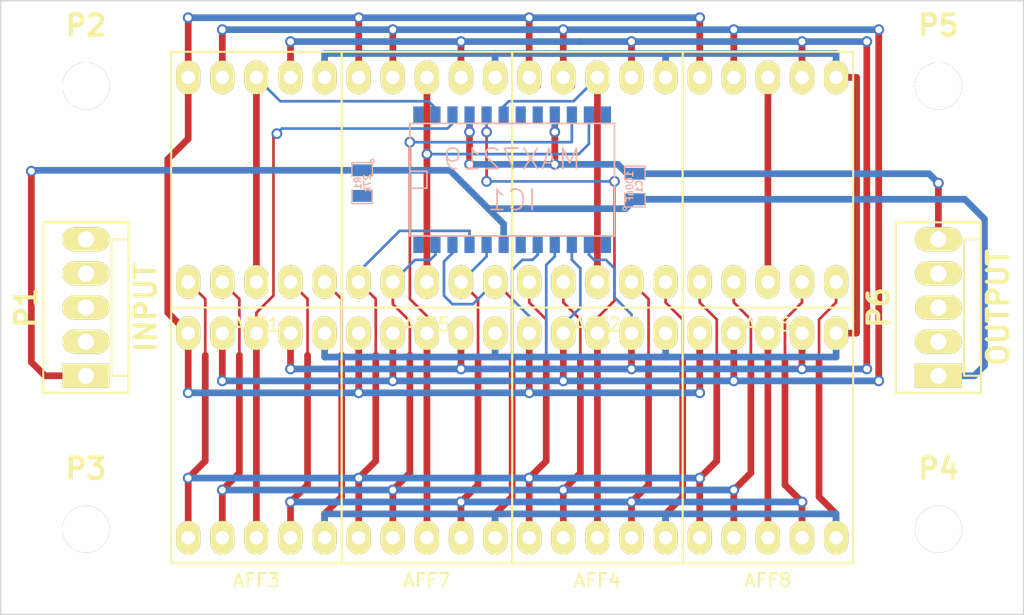
<source format=kicad_pcb>
(kicad_pcb (version 3) (host pcbnew "(2014-05-09 BZR 4859)-product")

  (general
    (links 95)
    (no_connects 10)
    (area 97.739999 83.134999 176.7554 128.97546)
    (thickness 1.6)
    (drawings 4)
    (tracks 336)
    (zones 0)
    (modules 17)
    (nets 28)
  )

  (page A4)
  (layers
    (15 F.Cu signal)
    (0 B.Cu signal)
    (16 B.Adhes user)
    (17 F.Adhes user)
    (18 B.Paste user)
    (19 F.Paste user)
    (20 B.SilkS user)
    (21 F.SilkS user)
    (22 B.Mask user)
    (23 F.Mask user)
    (24 Dwgs.User user)
    (25 Cmts.User user)
    (26 Eco1.User user)
    (27 Eco2.User user)
    (28 Edge.Cuts user)
  )

  (setup
    (last_trace_width 0.5)
    (user_trace_width 0.2)
    (trace_clearance 0.2)
    (zone_clearance 0.508)
    (zone_45_only no)
    (trace_min 0.15)
    (segment_width 0.2)
    (edge_width 0.1)
    (via_size 0.8)
    (via_drill 0.5)
    (via_min_size 0.6)
    (via_min_drill 0.3)
    (uvia_size 0.508)
    (uvia_drill 0.127)
    (uvias_allowed no)
    (uvia_min_size 0.508)
    (uvia_min_drill 0.127)
    (pcb_text_width 0.3)
    (pcb_text_size 1.5 1.5)
    (mod_edge_width 0.15)
    (mod_text_size 1 1)
    (mod_text_width 0.15)
    (pad_size 1.5 1.5)
    (pad_drill 0.6)
    (pad_to_mask_clearance 0)
    (aux_axis_origin 0 0)
    (visible_elements FFFFFF5F)
    (pcbplotparams
      (layerselection 3178497)
      (usegerberextensions true)
      (excludeedgelayer true)
      (linewidth 0.100000)
      (plotframeref false)
      (viasonmask false)
      (mode 1)
      (useauxorigin false)
      (hpglpennumber 1)
      (hpglpenspeed 20)
      (hpglpendiameter 15)
      (hpglpenoverlay 2)
      (psnegative false)
      (psa4output false)
      (plotreference true)
      (plotvalue true)
      (plotothertext true)
      (plotinvisibletext false)
      (padsonsilk false)
      (subtractmaskfromsilk false)
      (outputformat 1)
      (mirror false)
      (drillshape 1)
      (scaleselection 1)
      (outputdirectory ""))
  )

  (net 0 "")
  (net 1 /SEGE)
  (net 2 /SEGD)
  (net 3 /DIG0)
  (net 4 /SEGC)
  (net 5 /SEGDP)
  (net 6 /SEGB)
  (net 7 /SEGA)
  (net 8 /SEGF)
  (net 9 /SEGG)
  (net 10 /DIG2)
  (net 11 /DIG4)
  (net 12 /DIG6)
  (net 13 /DIG1)
  (net 14 /DIG3)
  (net 15 /DIG5)
  (net 16 /DIG7)
  (net 17 +5V)
  (net 18 GND)
  (net 19 /DI)
  (net 20 /LOAD)
  (net 21 /DO)
  (net 22 "Net-(IC1-Pad18)")
  (net 23 /SCK)
  (net 24 "Net-(P2-Pad1)")
  (net 25 "Net-(P3-Pad1)")
  (net 26 "Net-(P4-Pad1)")
  (net 27 "Net-(P5-Pad1)")

  (net_class Default "This is the default net class."
    (clearance 0.2)
    (trace_width 0.5)
    (via_dia 0.8)
    (via_drill 0.5)
    (uvia_dia 0.508)
    (uvia_drill 0.127)
    (add_net +5V)
    (add_net /DI)
    (add_net /DIG0)
    (add_net /DIG1)
    (add_net /DIG2)
    (add_net /DIG3)
    (add_net /DIG4)
    (add_net /DIG5)
    (add_net /DIG6)
    (add_net /DIG7)
    (add_net /DO)
    (add_net /LOAD)
    (add_net /SCK)
    (add_net /SEGA)
    (add_net /SEGB)
    (add_net /SEGC)
    (add_net /SEGD)
    (add_net /SEGDP)
    (add_net /SEGE)
    (add_net /SEGF)
    (add_net /SEGG)
    (add_net GND)
    (add_net "Net-(IC1-Pad18)")
    (add_net "Net-(P2-Pad1)")
    (add_net "Net-(P3-Pad1)")
    (add_net "Net-(P4-Pad1)")
    (add_net "Net-(P5-Pad1)")
  )

  (module Nathan_THT:7SEGM_LED_0_5_INCH (layer F.Cu) (tedit 53727423) (tstamp 53727528)
    (at 116.84 96.52)
    (path /53712D36)
    (fp_text reference AFF1 (at 0 10.795) (layer F.SilkS)
      (effects (font (size 1 1) (thickness 0.15)))
    )
    (fp_text value 7SEGMENTS (at 0 0) (layer F.SilkS) hide
      (effects (font (size 1 1) (thickness 0.15)))
    )
    (fp_line (start -6.35 -9.525) (end 6.35 -9.525) (layer F.SilkS) (width 0.15))
    (fp_line (start 6.35 -9.525) (end 6.35 9.525) (layer F.SilkS) (width 0.15))
    (fp_line (start 6.35 9.525) (end -6.35 9.525) (layer F.SilkS) (width 0.15))
    (fp_line (start -6.35 9.525) (end -6.35 -9.525) (layer F.SilkS) (width 0.15))
    (pad 1 thru_hole oval (at -5.08 7.62) (size 1.8 2.5) (drill 1) (layers *.Cu *.Mask F.SilkS)
      (net 1 /SEGE))
    (pad 2 thru_hole oval (at -2.54 7.62) (size 1.8 2.5) (drill 1) (layers *.Cu *.Mask F.SilkS)
      (net 2 /SEGD))
    (pad 3 thru_hole oval (at 0 7.62) (size 1.8 2.5) (drill 1) (layers *.Cu *.Mask F.SilkS)
      (net 3 /DIG0))
    (pad 4 thru_hole oval (at 2.54 7.62) (size 1.8 2.5) (drill 1) (layers *.Cu *.Mask F.SilkS)
      (net 4 /SEGC))
    (pad 5 thru_hole oval (at 5.08 7.62) (size 1.8 2.5) (drill 1) (layers *.Cu *.Mask F.SilkS)
      (net 5 /SEGDP))
    (pad 6 thru_hole oval (at 5.08 -7.62) (size 1.8 2.5) (drill 1) (layers *.Cu *.Mask F.SilkS)
      (net 6 /SEGB))
    (pad 7 thru_hole oval (at 2.54 -7.62) (size 1.8 2.5) (drill 1) (layers *.Cu *.Mask F.SilkS)
      (net 7 /SEGA))
    (pad 8 thru_hole oval (at 0 -7.62) (size 1.8 2.5) (drill 1) (layers *.Cu *.Mask F.SilkS)
      (net 3 /DIG0))
    (pad 9 thru_hole oval (at -2.54 -7.62) (size 1.8 2.5) (drill 1) (layers *.Cu *.Mask F.SilkS)
      (net 8 /SEGF))
    (pad 10 thru_hole oval (at -5.08 -7.62) (size 1.8 2.5) (drill 1) (layers *.Cu *.Mask F.SilkS)
      (net 9 /SEGG))
  )

  (module Nathan_THT:7SEGM_LED_0_5_INCH (layer F.Cu) (tedit 53727423) (tstamp 5372753A)
    (at 142.24 96.52)
    (path /5371306A)
    (fp_text reference AFF2 (at 0 10.795) (layer F.SilkS)
      (effects (font (size 1 1) (thickness 0.15)))
    )
    (fp_text value 7SEGMENTS (at 0 0) (layer F.SilkS) hide
      (effects (font (size 1 1) (thickness 0.15)))
    )
    (fp_line (start -6.35 -9.525) (end 6.35 -9.525) (layer F.SilkS) (width 0.15))
    (fp_line (start 6.35 -9.525) (end 6.35 9.525) (layer F.SilkS) (width 0.15))
    (fp_line (start 6.35 9.525) (end -6.35 9.525) (layer F.SilkS) (width 0.15))
    (fp_line (start -6.35 9.525) (end -6.35 -9.525) (layer F.SilkS) (width 0.15))
    (pad 1 thru_hole oval (at -5.08 7.62) (size 1.8 2.5) (drill 1) (layers *.Cu *.Mask F.SilkS)
      (net 1 /SEGE))
    (pad 2 thru_hole oval (at -2.54 7.62) (size 1.8 2.5) (drill 1) (layers *.Cu *.Mask F.SilkS)
      (net 2 /SEGD))
    (pad 3 thru_hole oval (at 0 7.62) (size 1.8 2.5) (drill 1) (layers *.Cu *.Mask F.SilkS)
      (net 10 /DIG2))
    (pad 4 thru_hole oval (at 2.54 7.62) (size 1.8 2.5) (drill 1) (layers *.Cu *.Mask F.SilkS)
      (net 4 /SEGC))
    (pad 5 thru_hole oval (at 5.08 7.62) (size 1.8 2.5) (drill 1) (layers *.Cu *.Mask F.SilkS)
      (net 5 /SEGDP))
    (pad 6 thru_hole oval (at 5.08 -7.62) (size 1.8 2.5) (drill 1) (layers *.Cu *.Mask F.SilkS)
      (net 6 /SEGB))
    (pad 7 thru_hole oval (at 2.54 -7.62) (size 1.8 2.5) (drill 1) (layers *.Cu *.Mask F.SilkS)
      (net 7 /SEGA))
    (pad 8 thru_hole oval (at 0 -7.62) (size 1.8 2.5) (drill 1) (layers *.Cu *.Mask F.SilkS)
      (net 10 /DIG2))
    (pad 9 thru_hole oval (at -2.54 -7.62) (size 1.8 2.5) (drill 1) (layers *.Cu *.Mask F.SilkS)
      (net 8 /SEGF))
    (pad 10 thru_hole oval (at -5.08 -7.62) (size 1.8 2.5) (drill 1) (layers *.Cu *.Mask F.SilkS)
      (net 9 /SEGG))
  )

  (module Nathan_THT:7SEGM_LED_0_5_INCH (layer F.Cu) (tedit 53727423) (tstamp 5372754C)
    (at 116.84 115.57)
    (path /5371316C)
    (fp_text reference AFF3 (at 0 10.795) (layer F.SilkS)
      (effects (font (size 1 1) (thickness 0.15)))
    )
    (fp_text value 7SEGMENTS (at 0 0) (layer F.SilkS) hide
      (effects (font (size 1 1) (thickness 0.15)))
    )
    (fp_line (start -6.35 -9.525) (end 6.35 -9.525) (layer F.SilkS) (width 0.15))
    (fp_line (start 6.35 -9.525) (end 6.35 9.525) (layer F.SilkS) (width 0.15))
    (fp_line (start 6.35 9.525) (end -6.35 9.525) (layer F.SilkS) (width 0.15))
    (fp_line (start -6.35 9.525) (end -6.35 -9.525) (layer F.SilkS) (width 0.15))
    (pad 1 thru_hole oval (at -5.08 7.62) (size 1.8 2.5) (drill 1) (layers *.Cu *.Mask F.SilkS)
      (net 1 /SEGE))
    (pad 2 thru_hole oval (at -2.54 7.62) (size 1.8 2.5) (drill 1) (layers *.Cu *.Mask F.SilkS)
      (net 2 /SEGD))
    (pad 3 thru_hole oval (at 0 7.62) (size 1.8 2.5) (drill 1) (layers *.Cu *.Mask F.SilkS)
      (net 11 /DIG4))
    (pad 4 thru_hole oval (at 2.54 7.62) (size 1.8 2.5) (drill 1) (layers *.Cu *.Mask F.SilkS)
      (net 4 /SEGC))
    (pad 5 thru_hole oval (at 5.08 7.62) (size 1.8 2.5) (drill 1) (layers *.Cu *.Mask F.SilkS)
      (net 5 /SEGDP))
    (pad 6 thru_hole oval (at 5.08 -7.62) (size 1.8 2.5) (drill 1) (layers *.Cu *.Mask F.SilkS)
      (net 6 /SEGB))
    (pad 7 thru_hole oval (at 2.54 -7.62) (size 1.8 2.5) (drill 1) (layers *.Cu *.Mask F.SilkS)
      (net 7 /SEGA))
    (pad 8 thru_hole oval (at 0 -7.62) (size 1.8 2.5) (drill 1) (layers *.Cu *.Mask F.SilkS)
      (net 11 /DIG4))
    (pad 9 thru_hole oval (at -2.54 -7.62) (size 1.8 2.5) (drill 1) (layers *.Cu *.Mask F.SilkS)
      (net 8 /SEGF))
    (pad 10 thru_hole oval (at -5.08 -7.62) (size 1.8 2.5) (drill 1) (layers *.Cu *.Mask F.SilkS)
      (net 9 /SEGG))
  )

  (module Nathan_THT:7SEGM_LED_0_5_INCH (layer F.Cu) (tedit 53727423) (tstamp 5372755E)
    (at 142.24 115.57)
    (path /5371319C)
    (fp_text reference AFF4 (at 0 10.795) (layer F.SilkS)
      (effects (font (size 1 1) (thickness 0.15)))
    )
    (fp_text value 7SEGMENTS (at 0 0) (layer F.SilkS) hide
      (effects (font (size 1 1) (thickness 0.15)))
    )
    (fp_line (start -6.35 -9.525) (end 6.35 -9.525) (layer F.SilkS) (width 0.15))
    (fp_line (start 6.35 -9.525) (end 6.35 9.525) (layer F.SilkS) (width 0.15))
    (fp_line (start 6.35 9.525) (end -6.35 9.525) (layer F.SilkS) (width 0.15))
    (fp_line (start -6.35 9.525) (end -6.35 -9.525) (layer F.SilkS) (width 0.15))
    (pad 1 thru_hole oval (at -5.08 7.62) (size 1.8 2.5) (drill 1) (layers *.Cu *.Mask F.SilkS)
      (net 1 /SEGE))
    (pad 2 thru_hole oval (at -2.54 7.62) (size 1.8 2.5) (drill 1) (layers *.Cu *.Mask F.SilkS)
      (net 2 /SEGD))
    (pad 3 thru_hole oval (at 0 7.62) (size 1.8 2.5) (drill 1) (layers *.Cu *.Mask F.SilkS)
      (net 12 /DIG6))
    (pad 4 thru_hole oval (at 2.54 7.62) (size 1.8 2.5) (drill 1) (layers *.Cu *.Mask F.SilkS)
      (net 4 /SEGC))
    (pad 5 thru_hole oval (at 5.08 7.62) (size 1.8 2.5) (drill 1) (layers *.Cu *.Mask F.SilkS)
      (net 5 /SEGDP))
    (pad 6 thru_hole oval (at 5.08 -7.62) (size 1.8 2.5) (drill 1) (layers *.Cu *.Mask F.SilkS)
      (net 6 /SEGB))
    (pad 7 thru_hole oval (at 2.54 -7.62) (size 1.8 2.5) (drill 1) (layers *.Cu *.Mask F.SilkS)
      (net 7 /SEGA))
    (pad 8 thru_hole oval (at 0 -7.62) (size 1.8 2.5) (drill 1) (layers *.Cu *.Mask F.SilkS)
      (net 12 /DIG6))
    (pad 9 thru_hole oval (at -2.54 -7.62) (size 1.8 2.5) (drill 1) (layers *.Cu *.Mask F.SilkS)
      (net 8 /SEGF))
    (pad 10 thru_hole oval (at -5.08 -7.62) (size 1.8 2.5) (drill 1) (layers *.Cu *.Mask F.SilkS)
      (net 9 /SEGG))
  )

  (module Nathan_THT:7SEGM_LED_0_5_INCH (layer F.Cu) (tedit 53727423) (tstamp 53727570)
    (at 129.54 96.52)
    (path /53712FA9)
    (fp_text reference AFF5 (at 0 10.795) (layer F.SilkS)
      (effects (font (size 1 1) (thickness 0.15)))
    )
    (fp_text value 7SEGMENTS (at 0 0) (layer F.SilkS) hide
      (effects (font (size 1 1) (thickness 0.15)))
    )
    (fp_line (start -6.35 -9.525) (end 6.35 -9.525) (layer F.SilkS) (width 0.15))
    (fp_line (start 6.35 -9.525) (end 6.35 9.525) (layer F.SilkS) (width 0.15))
    (fp_line (start 6.35 9.525) (end -6.35 9.525) (layer F.SilkS) (width 0.15))
    (fp_line (start -6.35 9.525) (end -6.35 -9.525) (layer F.SilkS) (width 0.15))
    (pad 1 thru_hole oval (at -5.08 7.62) (size 1.8 2.5) (drill 1) (layers *.Cu *.Mask F.SilkS)
      (net 1 /SEGE))
    (pad 2 thru_hole oval (at -2.54 7.62) (size 1.8 2.5) (drill 1) (layers *.Cu *.Mask F.SilkS)
      (net 2 /SEGD))
    (pad 3 thru_hole oval (at 0 7.62) (size 1.8 2.5) (drill 1) (layers *.Cu *.Mask F.SilkS)
      (net 13 /DIG1))
    (pad 4 thru_hole oval (at 2.54 7.62) (size 1.8 2.5) (drill 1) (layers *.Cu *.Mask F.SilkS)
      (net 4 /SEGC))
    (pad 5 thru_hole oval (at 5.08 7.62) (size 1.8 2.5) (drill 1) (layers *.Cu *.Mask F.SilkS)
      (net 5 /SEGDP))
    (pad 6 thru_hole oval (at 5.08 -7.62) (size 1.8 2.5) (drill 1) (layers *.Cu *.Mask F.SilkS)
      (net 6 /SEGB))
    (pad 7 thru_hole oval (at 2.54 -7.62) (size 1.8 2.5) (drill 1) (layers *.Cu *.Mask F.SilkS)
      (net 7 /SEGA))
    (pad 8 thru_hole oval (at 0 -7.62) (size 1.8 2.5) (drill 1) (layers *.Cu *.Mask F.SilkS)
      (net 13 /DIG1))
    (pad 9 thru_hole oval (at -2.54 -7.62) (size 1.8 2.5) (drill 1) (layers *.Cu *.Mask F.SilkS)
      (net 8 /SEGF))
    (pad 10 thru_hole oval (at -5.08 -7.62) (size 1.8 2.5) (drill 1) (layers *.Cu *.Mask F.SilkS)
      (net 9 /SEGG))
  )

  (module Nathan_THT:7SEGM_LED_0_5_INCH (layer F.Cu) (tedit 53727423) (tstamp 53727582)
    (at 154.94 96.52)
    (path /53713082)
    (fp_text reference AFF6 (at 0 10.795) (layer F.SilkS)
      (effects (font (size 1 1) (thickness 0.15)))
    )
    (fp_text value 7SEGMENTS (at 0 0) (layer F.SilkS) hide
      (effects (font (size 1 1) (thickness 0.15)))
    )
    (fp_line (start -6.35 -9.525) (end 6.35 -9.525) (layer F.SilkS) (width 0.15))
    (fp_line (start 6.35 -9.525) (end 6.35 9.525) (layer F.SilkS) (width 0.15))
    (fp_line (start 6.35 9.525) (end -6.35 9.525) (layer F.SilkS) (width 0.15))
    (fp_line (start -6.35 9.525) (end -6.35 -9.525) (layer F.SilkS) (width 0.15))
    (pad 1 thru_hole oval (at -5.08 7.62) (size 1.8 2.5) (drill 1) (layers *.Cu *.Mask F.SilkS)
      (net 1 /SEGE))
    (pad 2 thru_hole oval (at -2.54 7.62) (size 1.8 2.5) (drill 1) (layers *.Cu *.Mask F.SilkS)
      (net 2 /SEGD))
    (pad 3 thru_hole oval (at 0 7.62) (size 1.8 2.5) (drill 1) (layers *.Cu *.Mask F.SilkS)
      (net 14 /DIG3))
    (pad 4 thru_hole oval (at 2.54 7.62) (size 1.8 2.5) (drill 1) (layers *.Cu *.Mask F.SilkS)
      (net 4 /SEGC))
    (pad 5 thru_hole oval (at 5.08 7.62) (size 1.8 2.5) (drill 1) (layers *.Cu *.Mask F.SilkS)
      (net 5 /SEGDP))
    (pad 6 thru_hole oval (at 5.08 -7.62) (size 1.8 2.5) (drill 1) (layers *.Cu *.Mask F.SilkS)
      (net 6 /SEGB))
    (pad 7 thru_hole oval (at 2.54 -7.62) (size 1.8 2.5) (drill 1) (layers *.Cu *.Mask F.SilkS)
      (net 7 /SEGA))
    (pad 8 thru_hole oval (at 0 -7.62) (size 1.8 2.5) (drill 1) (layers *.Cu *.Mask F.SilkS)
      (net 14 /DIG3))
    (pad 9 thru_hole oval (at -2.54 -7.62) (size 1.8 2.5) (drill 1) (layers *.Cu *.Mask F.SilkS)
      (net 8 /SEGF))
    (pad 10 thru_hole oval (at -5.08 -7.62) (size 1.8 2.5) (drill 1) (layers *.Cu *.Mask F.SilkS)
      (net 9 /SEGG))
  )

  (module Nathan_THT:7SEGM_LED_0_5_INCH (layer F.Cu) (tedit 53727423) (tstamp 53727594)
    (at 129.54 115.57)
    (path /53713184)
    (fp_text reference AFF7 (at 0 10.795) (layer F.SilkS)
      (effects (font (size 1 1) (thickness 0.15)))
    )
    (fp_text value 7SEGMENTS (at 0 0) (layer F.SilkS) hide
      (effects (font (size 1 1) (thickness 0.15)))
    )
    (fp_line (start -6.35 -9.525) (end 6.35 -9.525) (layer F.SilkS) (width 0.15))
    (fp_line (start 6.35 -9.525) (end 6.35 9.525) (layer F.SilkS) (width 0.15))
    (fp_line (start 6.35 9.525) (end -6.35 9.525) (layer F.SilkS) (width 0.15))
    (fp_line (start -6.35 9.525) (end -6.35 -9.525) (layer F.SilkS) (width 0.15))
    (pad 1 thru_hole oval (at -5.08 7.62) (size 1.8 2.5) (drill 1) (layers *.Cu *.Mask F.SilkS)
      (net 1 /SEGE))
    (pad 2 thru_hole oval (at -2.54 7.62) (size 1.8 2.5) (drill 1) (layers *.Cu *.Mask F.SilkS)
      (net 2 /SEGD))
    (pad 3 thru_hole oval (at 0 7.62) (size 1.8 2.5) (drill 1) (layers *.Cu *.Mask F.SilkS)
      (net 15 /DIG5))
    (pad 4 thru_hole oval (at 2.54 7.62) (size 1.8 2.5) (drill 1) (layers *.Cu *.Mask F.SilkS)
      (net 4 /SEGC))
    (pad 5 thru_hole oval (at 5.08 7.62) (size 1.8 2.5) (drill 1) (layers *.Cu *.Mask F.SilkS)
      (net 5 /SEGDP))
    (pad 6 thru_hole oval (at 5.08 -7.62) (size 1.8 2.5) (drill 1) (layers *.Cu *.Mask F.SilkS)
      (net 6 /SEGB))
    (pad 7 thru_hole oval (at 2.54 -7.62) (size 1.8 2.5) (drill 1) (layers *.Cu *.Mask F.SilkS)
      (net 7 /SEGA))
    (pad 8 thru_hole oval (at 0 -7.62) (size 1.8 2.5) (drill 1) (layers *.Cu *.Mask F.SilkS)
      (net 15 /DIG5))
    (pad 9 thru_hole oval (at -2.54 -7.62) (size 1.8 2.5) (drill 1) (layers *.Cu *.Mask F.SilkS)
      (net 8 /SEGF))
    (pad 10 thru_hole oval (at -5.08 -7.62) (size 1.8 2.5) (drill 1) (layers *.Cu *.Mask F.SilkS)
      (net 9 /SEGG))
  )

  (module Nathan_THT:7SEGM_LED_0_5_INCH (layer F.Cu) (tedit 53727423) (tstamp 537275A6)
    (at 154.94 115.57)
    (path /537131B4)
    (fp_text reference AFF8 (at 0 10.795) (layer F.SilkS)
      (effects (font (size 1 1) (thickness 0.15)))
    )
    (fp_text value 7SEGMENTS (at 0 0) (layer F.SilkS) hide
      (effects (font (size 1 1) (thickness 0.15)))
    )
    (fp_line (start -6.35 -9.525) (end 6.35 -9.525) (layer F.SilkS) (width 0.15))
    (fp_line (start 6.35 -9.525) (end 6.35 9.525) (layer F.SilkS) (width 0.15))
    (fp_line (start 6.35 9.525) (end -6.35 9.525) (layer F.SilkS) (width 0.15))
    (fp_line (start -6.35 9.525) (end -6.35 -9.525) (layer F.SilkS) (width 0.15))
    (pad 1 thru_hole oval (at -5.08 7.62) (size 1.8 2.5) (drill 1) (layers *.Cu *.Mask F.SilkS)
      (net 1 /SEGE))
    (pad 2 thru_hole oval (at -2.54 7.62) (size 1.8 2.5) (drill 1) (layers *.Cu *.Mask F.SilkS)
      (net 2 /SEGD))
    (pad 3 thru_hole oval (at 0 7.62) (size 1.8 2.5) (drill 1) (layers *.Cu *.Mask F.SilkS)
      (net 16 /DIG7))
    (pad 4 thru_hole oval (at 2.54 7.62) (size 1.8 2.5) (drill 1) (layers *.Cu *.Mask F.SilkS)
      (net 4 /SEGC))
    (pad 5 thru_hole oval (at 5.08 7.62) (size 1.8 2.5) (drill 1) (layers *.Cu *.Mask F.SilkS)
      (net 5 /SEGDP))
    (pad 6 thru_hole oval (at 5.08 -7.62) (size 1.8 2.5) (drill 1) (layers *.Cu *.Mask F.SilkS)
      (net 6 /SEGB))
    (pad 7 thru_hole oval (at 2.54 -7.62) (size 1.8 2.5) (drill 1) (layers *.Cu *.Mask F.SilkS)
      (net 7 /SEGA))
    (pad 8 thru_hole oval (at 0 -7.62) (size 1.8 2.5) (drill 1) (layers *.Cu *.Mask F.SilkS)
      (net 16 /DIG7))
    (pad 9 thru_hole oval (at -2.54 -7.62) (size 1.8 2.5) (drill 1) (layers *.Cu *.Mask F.SilkS)
      (net 8 /SEGF))
    (pad 10 thru_hole oval (at -5.08 -7.62) (size 1.8 2.5) (drill 1) (layers *.Cu *.Mask F.SilkS)
      (net 9 /SEGG))
  )

  (module SMD_Packages:SM0805 (layer B.Cu) (tedit 53727423) (tstamp 537275B3)
    (at 145.034 97.028 90)
    (path /53713CBE)
    (attr smd)
    (fp_text reference C1 (at 0 0.3175 90) (layer B.SilkS)
      (effects (font (size 0.50038 0.50038) (thickness 0.10922)) (justify mirror))
    )
    (fp_text value 100nF (at 0 -0.381 90) (layer B.SilkS)
      (effects (font (size 0.50038 0.50038) (thickness 0.10922)) (justify mirror))
    )
    (fp_circle (center -1.651 -0.762) (end -1.651 -0.635) (layer B.SilkS) (width 0.09906))
    (fp_line (start -0.508 -0.762) (end -1.524 -0.762) (layer B.SilkS) (width 0.09906))
    (fp_line (start -1.524 -0.762) (end -1.524 0.762) (layer B.SilkS) (width 0.09906))
    (fp_line (start -1.524 0.762) (end -0.508 0.762) (layer B.SilkS) (width 0.09906))
    (fp_line (start 0.508 0.762) (end 1.524 0.762) (layer B.SilkS) (width 0.09906))
    (fp_line (start 1.524 0.762) (end 1.524 -0.762) (layer B.SilkS) (width 0.09906))
    (fp_line (start 1.524 -0.762) (end 0.508 -0.762) (layer B.SilkS) (width 0.09906))
    (pad 1 smd rect (at -0.9525 0 90) (size 0.889 1.397) (layers B.Cu B.Paste B.Mask)
      (net 17 +5V))
    (pad 2 smd rect (at 0.9525 0 90) (size 0.889 1.397) (layers B.Cu B.Paste B.Mask)
      (net 18 GND))
    (model smd/chip_cms.wrl
      (at (xyz 0 0 0))
      (scale (xyz 0.1 0.1 0.1))
      (rotate (xyz 0 0 0))
    )
  )

  (module SMD_Packages:SOIC24-WIDE (layer B.Cu) (tedit 53727423) (tstamp 537275D6)
    (at 135.89 96.52)
    (path /5371244B)
    (attr smd)
    (fp_text reference IC1 (at 0 1.524) (layer B.SilkS)
      (effects (font (thickness 0.127)) (justify mirror))
    )
    (fp_text value MAX7219 (at 0 -1.524) (layer B.SilkS)
      (effects (font (thickness 0.127)) (justify mirror))
    )
    (fp_line (start 7.62 4.191) (end -7.62 4.191) (layer B.SilkS) (width 0.127))
    (fp_line (start -7.62 4.191) (end -7.62 -4.191) (layer B.SilkS) (width 0.127))
    (fp_line (start -7.62 0.635) (end -6.35 0.635) (layer B.SilkS) (width 0.127))
    (fp_line (start -6.35 0.635) (end -6.35 -0.635) (layer B.SilkS) (width 0.127))
    (fp_line (start -6.35 -0.635) (end -7.62 -0.635) (layer B.SilkS) (width 0.127))
    (fp_line (start 7.62 -4.191) (end 7.62 4.191) (layer B.SilkS) (width 0.127))
    (fp_line (start -7.62 -4.191) (end 7.62 -4.191) (layer B.SilkS) (width 0.127))
    (pad 1 smd rect (at -6.985 -4.826) (size 0.762 1.27) (layers B.Cu B.Paste B.Mask)
      (net 19 /DI))
    (pad 2 smd rect (at -5.715 -4.826) (size 0.762 1.27) (layers B.Cu B.Paste B.Mask)
      (net 3 /DIG0))
    (pad 3 smd rect (at -4.445 -4.826) (size 0.762 1.27) (layers B.Cu B.Paste B.Mask)
      (net 11 /DIG4))
    (pad 4 smd rect (at -3.175 -4.826) (size 0.762 1.27) (layers B.Cu B.Paste B.Mask)
      (net 18 GND))
    (pad 5 smd rect (at -1.905 -4.826) (size 0.762 1.27) (layers B.Cu B.Paste B.Mask)
      (net 12 /DIG6))
    (pad 6 smd rect (at -0.635 -4.826) (size 0.762 1.27) (layers B.Cu B.Paste B.Mask)
      (net 10 /DIG2))
    (pad 7 smd rect (at 0.635 -4.826) (size 0.762 1.27) (layers B.Cu B.Paste B.Mask)
      (net 14 /DIG3))
    (pad 8 smd rect (at 1.905 -4.826) (size 0.762 1.27) (layers B.Cu B.Paste B.Mask)
      (net 16 /DIG7))
    (pad 9 smd rect (at 3.175 -4.826) (size 0.762 1.27) (layers B.Cu B.Paste B.Mask)
      (net 18 GND))
    (pad 10 smd rect (at 4.445 -4.826) (size 0.762 1.27) (layers B.Cu B.Paste B.Mask)
      (net 15 /DIG5))
    (pad 11 smd rect (at 5.715 -4.826) (size 0.762 1.27) (layers B.Cu B.Paste B.Mask)
      (net 13 /DIG1))
    (pad 12 smd rect (at 6.985 -4.826) (size 0.762 1.27) (layers B.Cu B.Paste B.Mask)
      (net 20 /LOAD))
    (pad 24 smd rect (at -6.985 4.826) (size 0.762 1.27) (layers B.Cu B.Paste B.Mask)
      (net 21 /DO))
    (pad 23 smd rect (at -5.715 4.826) (size 0.762 1.27) (layers B.Cu B.Paste B.Mask)
      (net 2 /SEGD))
    (pad 22 smd rect (at -4.445 4.826) (size 0.762 1.27) (layers B.Cu B.Paste B.Mask)
      (net 5 /SEGDP))
    (pad 21 smd rect (at -3.175 4.826) (size 0.762 1.27) (layers B.Cu B.Paste B.Mask)
      (net 1 /SEGE))
    (pad 20 smd rect (at -1.905 4.826) (size 0.762 1.27) (layers B.Cu B.Paste B.Mask)
      (net 4 /SEGC))
    (pad 19 smd rect (at -0.635 4.826) (size 0.762 1.27) (layers B.Cu B.Paste B.Mask)
      (net 17 +5V))
    (pad 18 smd rect (at 0.635 4.826) (size 0.762 1.27) (layers B.Cu B.Paste B.Mask)
      (net 22 "Net-(IC1-Pad18)"))
    (pad 17 smd rect (at 1.905 4.826) (size 0.762 1.27) (layers B.Cu B.Paste B.Mask)
      (net 9 /SEGG))
    (pad 16 smd rect (at 3.175 4.826) (size 0.762 1.27) (layers B.Cu B.Paste B.Mask)
      (net 6 /SEGB))
    (pad 15 smd rect (at 4.445 4.826) (size 0.762 1.27) (layers B.Cu B.Paste B.Mask)
      (net 8 /SEGF))
    (pad 14 smd rect (at 5.715 4.826) (size 0.762 1.27) (layers B.Cu B.Paste B.Mask)
      (net 7 /SEGA))
    (pad 13 smd rect (at 6.985 4.826) (size 0.762 1.27) (layers B.Cu B.Paste B.Mask)
      (net 23 /SCK))
    (model smd/cms_soj24.wrl
      (at (xyz 0 0 0))
      (scale (xyz 0.5 0.6 0.5))
      (rotate (xyz 0 0 0))
    )
  )

  (module Nathan_THT:MOLEX_KK_5 (layer F.Cu) (tedit 53727423) (tstamp 537275E6)
    (at 104.14 106.045 90)
    (path /537141E2)
    (fp_text reference P1 (at 0 -4.445 90) (layer F.SilkS)
      (effects (font (thickness 0.3048)))
    )
    (fp_text value INPUT (at 0 4.445 90) (layer F.SilkS)
      (effects (font (thickness 0.3048)))
    )
    (fp_line (start -5.08 3.175) (end -5.08 1.905) (layer F.SilkS) (width 0.15))
    (fp_line (start -5.08 1.905) (end 5.08 1.905) (layer F.SilkS) (width 0.15))
    (fp_line (start 5.08 1.905) (end 5.08 3.175) (layer F.SilkS) (width 0.15))
    (fp_line (start -6.35 -3.175) (end 6.35 -3.175) (layer F.SilkS) (width 0.15))
    (fp_line (start 6.35 -3.175) (end 6.35 3.175) (layer F.SilkS) (width 0.15))
    (fp_line (start 6.35 3.175) (end -6.35 3.175) (layer F.SilkS) (width 0.15))
    (fp_line (start -6.35 -3.175) (end -6.35 3.175) (layer F.SilkS) (width 0.15))
    (pad 1 thru_hole rect (at -5.08 0 90) (size 1.8 3.5) (drill 1.2) (layers *.Cu *.Mask F.SilkS)
      (net 17 +5V))
    (pad 2 thru_hole oval (at -2.54 0 90) (size 1.8 3.5) (drill 1.2) (layers *.Cu *.Mask F.SilkS)
      (net 20 /LOAD))
    (pad 3 thru_hole oval (at 0 0 90) (size 1.8 3.5) (drill 1.2) (layers *.Cu *.Mask F.SilkS)
      (net 23 /SCK))
    (pad 4 thru_hole oval (at 2.54 0 90) (size 1.8 3.5) (drill 1.2) (layers *.Cu *.Mask F.SilkS)
      (net 19 /DI))
    (pad 5 thru_hole oval (at 5.08 0 90) (size 1.8 3.5) (drill 1.2) (layers *.Cu *.Mask F.SilkS)
      (net 18 GND))
  )

  (module Mounting_Holes:MountingHole_3-5mm (layer F.Cu) (tedit 53727423) (tstamp 537275EC)
    (at 104.14 89.535)
    (descr "Mounting hole, Befestigungsbohrung, 3,5mm, No Annular, Kein Restring,")
    (tags "Mounting hole, Befestigungsbohrung, 3,5mm, No Annular, Kein Restring,")
    (path /537157FE)
    (fp_text reference P2 (at 0 -4.50088) (layer F.SilkS)
      (effects (font (thickness 0.3048)))
    )
    (fp_text value CONN_1 (at 0 5.00126) (layer F.SilkS) hide
      (effects (font (thickness 0.3048)))
    )
    (fp_circle (center 0 0) (end 3.50012 0) (layer Cmts.User) (width 0.381))
    (pad 1 thru_hole circle (at 0 0) (size 3.50012 3.50012) (drill 3.50012) (layers)
      (net 24 "Net-(P2-Pad1)"))
  )

  (module Mounting_Holes:MountingHole_3-5mm (layer F.Cu) (tedit 53727423) (tstamp 537275F2)
    (at 104.14 122.555)
    (descr "Mounting hole, Befestigungsbohrung, 3,5mm, No Annular, Kein Restring,")
    (tags "Mounting hole, Befestigungsbohrung, 3,5mm, No Annular, Kein Restring,")
    (path /537158D1)
    (fp_text reference P3 (at 0 -4.50088) (layer F.SilkS)
      (effects (font (thickness 0.3048)))
    )
    (fp_text value CONN_1 (at 0 5.00126) (layer F.SilkS) hide
      (effects (font (thickness 0.3048)))
    )
    (fp_circle (center 0 0) (end 3.50012 0) (layer Cmts.User) (width 0.381))
    (pad 1 thru_hole circle (at 0 0) (size 3.50012 3.50012) (drill 3.50012) (layers)
      (net 25 "Net-(P3-Pad1)"))
  )

  (module Mounting_Holes:MountingHole_3-5mm (layer F.Cu) (tedit 53727423) (tstamp 537275F8)
    (at 167.64 122.555)
    (descr "Mounting hole, Befestigungsbohrung, 3,5mm, No Annular, Kein Restring,")
    (tags "Mounting hole, Befestigungsbohrung, 3,5mm, No Annular, Kein Restring,")
    (path /537158FC)
    (fp_text reference P4 (at 0 -4.50088) (layer F.SilkS)
      (effects (font (thickness 0.3048)))
    )
    (fp_text value CONN_1 (at 0 5.00126) (layer F.SilkS) hide
      (effects (font (thickness 0.3048)))
    )
    (fp_circle (center 0 0) (end 3.50012 0) (layer Cmts.User) (width 0.381))
    (pad 1 thru_hole circle (at 0 0) (size 3.50012 3.50012) (drill 3.50012) (layers)
      (net 26 "Net-(P4-Pad1)"))
  )

  (module Mounting_Holes:MountingHole_3-5mm (layer F.Cu) (tedit 53727423) (tstamp 537275FE)
    (at 167.64 89.535)
    (descr "Mounting hole, Befestigungsbohrung, 3,5mm, No Annular, Kein Restring,")
    (tags "Mounting hole, Befestigungsbohrung, 3,5mm, No Annular, Kein Restring,")
    (path /53715919)
    (fp_text reference P5 (at 0 -4.50088) (layer F.SilkS)
      (effects (font (thickness 0.3048)))
    )
    (fp_text value CONN_1 (at 0 5.00126) (layer F.SilkS) hide
      (effects (font (thickness 0.3048)))
    )
    (fp_circle (center 0 0) (end 3.50012 0) (layer Cmts.User) (width 0.381))
    (pad 1 thru_hole circle (at 0 0) (size 3.50012 3.50012) (drill 3.50012) (layers)
      (net 27 "Net-(P5-Pad1)"))
  )

  (module Nathan_THT:MOLEX_KK_5 (layer F.Cu) (tedit 53727423) (tstamp 5372760E)
    (at 167.64 106.045 90)
    (path /537142A9)
    (fp_text reference P6 (at 0 -4.445 90) (layer F.SilkS)
      (effects (font (thickness 0.3048)))
    )
    (fp_text value OUTPUT (at 0 4.445 90) (layer F.SilkS)
      (effects (font (thickness 0.3048)))
    )
    (fp_line (start -5.08 3.175) (end -5.08 1.905) (layer F.SilkS) (width 0.15))
    (fp_line (start -5.08 1.905) (end 5.08 1.905) (layer F.SilkS) (width 0.15))
    (fp_line (start 5.08 1.905) (end 5.08 3.175) (layer F.SilkS) (width 0.15))
    (fp_line (start -6.35 -3.175) (end 6.35 -3.175) (layer F.SilkS) (width 0.15))
    (fp_line (start 6.35 -3.175) (end 6.35 3.175) (layer F.SilkS) (width 0.15))
    (fp_line (start 6.35 3.175) (end -6.35 3.175) (layer F.SilkS) (width 0.15))
    (fp_line (start -6.35 -3.175) (end -6.35 3.175) (layer F.SilkS) (width 0.15))
    (pad 1 thru_hole rect (at -5.08 0 90) (size 1.8 3.5) (drill 1.2) (layers *.Cu *.Mask F.SilkS)
      (net 17 +5V))
    (pad 2 thru_hole oval (at -2.54 0 90) (size 1.8 3.5) (drill 1.2) (layers *.Cu *.Mask F.SilkS)
      (net 20 /LOAD))
    (pad 3 thru_hole oval (at 0 0 90) (size 1.8 3.5) (drill 1.2) (layers *.Cu *.Mask F.SilkS)
      (net 23 /SCK))
    (pad 4 thru_hole oval (at 2.54 0 90) (size 1.8 3.5) (drill 1.2) (layers *.Cu *.Mask F.SilkS)
      (net 21 /DO))
    (pad 5 thru_hole oval (at 5.08 0 90) (size 1.8 3.5) (drill 1.2) (layers *.Cu *.Mask F.SilkS)
      (net 18 GND))
  )

  (module SMD_Packages:SM0805 (layer B.Cu) (tedit 53727423) (tstamp 5372761B)
    (at 124.714 96.774 270)
    (path /537134BC)
    (attr smd)
    (fp_text reference R1 (at 0 0.3175 270) (layer B.SilkS)
      (effects (font (size 0.50038 0.50038) (thickness 0.10922)) (justify mirror))
    )
    (fp_text value 27k (at 0 -0.381 270) (layer B.SilkS)
      (effects (font (size 0.50038 0.50038) (thickness 0.10922)) (justify mirror))
    )
    (fp_circle (center -1.651 -0.762) (end -1.651 -0.635) (layer B.SilkS) (width 0.09906))
    (fp_line (start -0.508 -0.762) (end -1.524 -0.762) (layer B.SilkS) (width 0.09906))
    (fp_line (start -1.524 -0.762) (end -1.524 0.762) (layer B.SilkS) (width 0.09906))
    (fp_line (start -1.524 0.762) (end -0.508 0.762) (layer B.SilkS) (width 0.09906))
    (fp_line (start 0.508 0.762) (end 1.524 0.762) (layer B.SilkS) (width 0.09906))
    (fp_line (start 1.524 0.762) (end 1.524 -0.762) (layer B.SilkS) (width 0.09906))
    (fp_line (start 1.524 -0.762) (end 0.508 -0.762) (layer B.SilkS) (width 0.09906))
    (pad 1 smd rect (at -0.9525 0 270) (size 0.889 1.397) (layers B.Cu B.Paste B.Mask)
      (net 17 +5V))
    (pad 2 smd rect (at 0.9525 0 270) (size 0.889 1.397) (layers B.Cu B.Paste B.Mask)
      (net 22 "Net-(IC1-Pad18)"))
    (model smd/chip_cms.wrl
      (at (xyz 0 0 0))
      (scale (xyz 0.1 0.1 0.1))
      (rotate (xyz 0 0 0))
    )
  )

  (gr_line (start 173.99 83.185) (end 97.79 83.185) (angle 90) (layer Edge.Cuts) (width 0.1))
  (gr_line (start 173.99 128.905) (end 173.99 83.185) (angle 90) (layer Edge.Cuts) (width 0.1))
  (gr_line (start 97.79 128.905) (end 173.99 128.905) (angle 90) (layer Edge.Cuts) (width 0.1))
  (gr_line (start 97.79 83.185) (end 97.79 128.905) (angle 90) (layer Edge.Cuts) (width 0.1))

  (segment (start 132.715 101.346) (end 132.715 100.33) (width 0.2) (layer B.Cu) (net 1))
  (segment (start 132.715 100.33) (end 127.508 100.33) (width 0.2) (layer B.Cu) (net 1) (tstamp 53728B40))
  (segment (start 151.13 117.475) (end 149.86 118.745) (width 0.5) (layer F.Cu) (net 1) (tstamp 537288D7))
  (segment (start 151.13 109.728) (end 151.13 117.475) (width 0.5) (layer F.Cu) (net 1))
  (segment (start 149.86 105.664) (end 151.13 106.934) (width 0.2) (layer F.Cu) (net 1) (tstamp 5372886F))
  (segment (start 151.13 106.934) (end 151.13 109.728) (width 0.2) (layer F.Cu) (net 1) (tstamp 53728879))
  (segment (start 149.86 104.14) (end 149.86 105.664) (width 0.2) (layer F.Cu) (net 1))
  (segment (start 137.16 104.14) (end 137.16 105.664) (width 0.2) (layer F.Cu) (net 1))
  (segment (start 137.16 105.664) (end 138.43 106.934) (width 0.2) (layer F.Cu) (net 1) (tstamp 53728806))
  (segment (start 138.43 109.728) (end 138.43 117.475) (width 0.5) (layer F.Cu) (net 1))
  (segment (start 138.43 106.934) (end 138.43 109.728) (width 0.2) (layer F.Cu) (net 1) (tstamp 5372880D))
  (segment (start 138.43 117.475) (end 137.16 118.745) (width 0.5) (layer F.Cu) (net 1) (tstamp 537287E2))
  (via (at 149.86 118.745) (size 0.8) (layers F.Cu B.Cu) (net 1))
  (segment (start 149.86 118.745) (end 137.16 118.745) (width 0.5) (layer B.Cu) (net 1) (tstamp 5373FE20))
  (via (at 137.16 118.745) (size 0.8) (layers F.Cu B.Cu) (net 1))
  (segment (start 137.16 118.745) (end 137.16 123.19) (width 0.5) (layer F.Cu) (net 1) (tstamp 5373FE23))
  (segment (start 149.86 123.19) (end 149.86 118.745) (width 0.5) (layer F.Cu) (net 1))
  (via (at 124.46 118.745) (size 0.8) (layers F.Cu B.Cu) (net 1))
  (segment (start 124.46 118.745) (end 124.46 123.19) (width 0.5) (layer F.Cu) (net 1) (tstamp 5373FE28))
  (segment (start 137.16 118.745) (end 124.46 118.745) (width 0.5) (layer B.Cu) (net 1))
  (via (at 111.76 118.745) (size 0.8) (layers F.Cu B.Cu) (net 1))
  (segment (start 111.76 118.745) (end 111.76 123.19) (width 0.5) (layer F.Cu) (net 1) (tstamp 5373FE2D))
  (segment (start 124.46 118.745) (end 111.76 118.745) (width 0.5) (layer B.Cu) (net 1))
  (segment (start 113.03 117.475) (end 111.76 118.745) (width 0.5) (layer F.Cu) (net 1) (tstamp 5373FE35))
  (segment (start 111.76 104.14) (end 113.03 105.41) (width 0.2) (layer F.Cu) (net 1))
  (segment (start 113.03 105.41) (end 113.03 109.601) (width 0.2) (layer F.Cu) (net 1) (tstamp 5373FE31))
  (segment (start 113.03 109.601) (end 113.03 117.475) (width 0.5) (layer F.Cu) (net 1))
  (segment (start 125.73 117.475) (end 124.46 118.745) (width 0.5) (layer F.Cu) (net 1) (tstamp 5373FE51))
  (segment (start 125.73 109.601) (end 125.73 117.475) (width 0.5) (layer F.Cu) (net 1))
  (segment (start 127.508 100.33) (end 124.46 103.378) (width 0.2) (layer B.Cu) (net 1) (tstamp 53728B44))
  (segment (start 124.46 103.378) (end 124.46 104.14) (width 0.2) (layer B.Cu) (net 1) (tstamp 53728B49))
  (segment (start 124.46 104.14) (end 125.73 105.41) (width 0.2) (layer F.Cu) (net 1))
  (segment (start 125.73 105.41) (end 125.73 109.601) (width 0.2) (layer F.Cu) (net 1) (tstamp 5373FE47))
  (segment (start 127 104.14) (end 127 105.791) (width 0.2) (layer F.Cu) (net 2) (status 400000))
  (segment (start 127 105.791) (end 128.27 107.061) (width 0.2) (layer F.Cu) (net 2) (tstamp 53728D97))
  (segment (start 130.175 101.346) (end 130.175 102.108) (width 0.2) (layer B.Cu) (net 2))
  (segment (start 130.175 102.108) (end 129.794 102.489) (width 0.2) (layer B.Cu) (net 2) (tstamp 53728B13))
  (segment (start 153.67 109.728) (end 153.67 118.364) (width 0.5) (layer F.Cu) (net 2))
  (segment (start 152.4 105.664) (end 153.67 106.934) (width 0.2) (layer F.Cu) (net 2) (tstamp 5372887E))
  (segment (start 153.67 106.934) (end 153.67 109.728) (width 0.2) (layer F.Cu) (net 2) (tstamp 53728882))
  (segment (start 152.4 104.14) (end 152.4 105.664) (width 0.2) (layer F.Cu) (net 2))
  (segment (start 153.67 118.364) (end 152.4 119.634) (width 0.5) (layer F.Cu) (net 2) (tstamp 537288D2))
  (segment (start 139.7 104.14) (end 139.7 105.664) (width 0.2) (layer F.Cu) (net 2))
  (segment (start 139.7 105.664) (end 140.97 106.934) (width 0.2) (layer F.Cu) (net 2) (tstamp 53728818))
  (segment (start 140.97 109.728) (end 140.97 118.364) (width 0.5) (layer F.Cu) (net 2))
  (segment (start 140.97 106.934) (end 140.97 109.728) (width 0.2) (layer F.Cu) (net 2) (tstamp 5372881F))
  (segment (start 140.97 118.364) (end 139.7 119.634) (width 0.5) (layer F.Cu) (net 2) (tstamp 537287E7))
  (via (at 152.4 119.634) (size 0.8) (layers F.Cu B.Cu) (net 2))
  (segment (start 152.4 119.634) (end 139.7 119.634) (width 0.5) (layer B.Cu) (net 2) (tstamp 5373FE0E))
  (via (at 139.7 119.634) (size 0.8) (layers F.Cu B.Cu) (net 2))
  (segment (start 139.7 119.634) (end 139.7 123.19) (width 0.5) (layer F.Cu) (net 2) (tstamp 5373FE11))
  (segment (start 152.4 123.19) (end 152.4 119.634) (width 0.5) (layer F.Cu) (net 2))
  (via (at 127 119.634) (size 0.8) (layers F.Cu B.Cu) (net 2))
  (segment (start 127 119.634) (end 127 123.19) (width 0.5) (layer F.Cu) (net 2) (tstamp 5373FE16))
  (segment (start 139.7 119.634) (end 127 119.634) (width 0.5) (layer B.Cu) (net 2))
  (via (at 114.3 119.634) (size 0.8) (layers F.Cu B.Cu) (net 2))
  (segment (start 114.3 119.634) (end 114.3 123.19) (width 0.5) (layer F.Cu) (net 2) (tstamp 5373FE1B))
  (segment (start 127 119.634) (end 114.3 119.634) (width 0.5) (layer B.Cu) (net 2))
  (segment (start 115.57 118.364) (end 114.3 119.634) (width 0.5) (layer F.Cu) (net 2) (tstamp 5373FE3B))
  (segment (start 114.3 104.14) (end 115.57 105.41) (width 0.2) (layer F.Cu) (net 2))
  (segment (start 115.57 105.41) (end 115.57 109.601) (width 0.2) (layer F.Cu) (net 2) (tstamp 5373FE38))
  (segment (start 115.57 109.601) (end 115.57 118.364) (width 0.5) (layer F.Cu) (net 2))
  (segment (start 128.27 118.364) (end 127 119.634) (width 0.5) (layer F.Cu) (net 2) (tstamp 5373FE54))
  (segment (start 128.27 109.601) (end 128.27 118.364) (width 0.5) (layer F.Cu) (net 2))
  (segment (start 128.651 102.489) (end 127 104.14) (width 0.2) (layer B.Cu) (net 2) (tstamp 53728B1A))
  (segment (start 129.794 102.489) (end 128.651 102.489) (width 0.2) (layer B.Cu) (net 2) (tstamp 53728B18))
  (segment (start 128.27 107.061) (end 128.27 109.601) (width 0.2) (layer F.Cu) (net 2) (tstamp 53728DA2))
  (segment (start 116.84 88.9) (end 118.618 90.678) (width 0.2) (layer B.Cu) (net 3) (status 400000))
  (segment (start 129.667 90.678) (end 130.175 91.186) (width 0.2) (layer B.Cu) (net 3) (tstamp 53728CEC) (status 800000))
  (segment (start 118.618 90.678) (end 129.667 90.678) (width 0.2) (layer B.Cu) (net 3) (tstamp 53728CEB))
  (segment (start 130.175 91.186) (end 130.175 91.694) (width 0.2) (layer B.Cu) (net 3) (tstamp 53728CED) (status C00000))
  (segment (start 116.84 88.9) (end 116.84 104.14) (width 0.5) (layer F.Cu) (net 3))
  (segment (start 133.985 101.346) (end 133.985 102.235) (width 0.2) (layer B.Cu) (net 4))
  (segment (start 156.21 109.728) (end 156.21 119.253) (width 0.5) (layer F.Cu) (net 4))
  (segment (start 157.48 105.664) (end 156.21 106.934) (width 0.2) (layer F.Cu) (net 4) (tstamp 5372889E))
  (segment (start 156.21 106.934) (end 156.21 109.728) (width 0.2) (layer F.Cu) (net 4) (tstamp 537288A1))
  (segment (start 157.48 104.14) (end 157.48 105.664) (width 0.2) (layer F.Cu) (net 4))
  (segment (start 156.21 119.253) (end 157.48 120.523) (width 0.5) (layer F.Cu) (net 4) (tstamp 537288CB))
  (segment (start 146.05 109.728) (end 146.05 119.253) (width 0.5) (layer F.Cu) (net 4))
  (segment (start 146.05 105.41) (end 146.05 109.728) (width 0.2) (layer F.Cu) (net 4) (tstamp 537287C3))
  (segment (start 144.78 104.14) (end 146.05 105.41) (width 0.2) (layer F.Cu) (net 4))
  (segment (start 146.05 119.253) (end 144.78 120.523) (width 0.5) (layer F.Cu) (net 4) (tstamp 537287F2))
  (via (at 157.48 120.523) (size 0.8) (layers F.Cu B.Cu) (net 4))
  (segment (start 157.48 120.523) (end 144.78 120.523) (width 0.5) (layer B.Cu) (net 4) (tstamp 5373FDFB))
  (via (at 144.78 120.523) (size 0.8) (layers F.Cu B.Cu) (net 4))
  (segment (start 144.78 120.523) (end 144.78 123.19) (width 0.5) (layer F.Cu) (net 4) (tstamp 5373FDFE))
  (segment (start 157.48 123.19) (end 157.48 120.523) (width 0.5) (layer F.Cu) (net 4))
  (segment (start 132.08 120.523) (end 132.08 123.19) (width 0.5) (layer F.Cu) (net 4) (tstamp 5373FE04))
  (segment (start 144.78 120.523) (end 132.08 120.523) (width 0.5) (layer B.Cu) (net 4))
  (segment (start 119.38 120.523) (end 119.38 123.19) (width 0.5) (layer F.Cu) (net 4) (tstamp 5373FE09))
  (segment (start 119.38 104.14) (end 120.65 105.41) (width 0.2) (layer F.Cu) (net 4))
  (segment (start 120.65 105.41) (end 120.65 109.601) (width 0.2) (layer F.Cu) (net 4) (tstamp 5373FE3E))
  (segment (start 133.985 102.235) (end 132.08 104.14) (width 0.2) (layer B.Cu) (net 4) (tstamp 53728B36))
  (segment (start 133.35 109.728) (end 133.35 119.253) (width 0.5) (layer F.Cu) (net 4))
  (segment (start 133.35 105.41) (end 133.35 109.728) (width 0.2) (layer F.Cu) (net 4) (tstamp 53728783))
  (segment (start 132.08 104.14) (end 133.35 105.41) (width 0.2) (layer F.Cu) (net 4))
  (segment (start 133.35 119.253) (end 132.08 120.523) (width 0.5) (layer F.Cu) (net 4) (tstamp 537287CE))
  (via (at 132.08 120.523) (size 0.8) (layers F.Cu B.Cu) (net 4))
  (via (at 119.38 120.523) (size 0.8) (layers F.Cu B.Cu) (net 4))
  (segment (start 132.08 120.523) (end 119.38 120.523) (width 0.5) (layer B.Cu) (net 4))
  (segment (start 120.65 119.253) (end 119.38 120.523) (width 0.5) (layer F.Cu) (net 4) (tstamp 5373FE41))
  (segment (start 120.65 109.601) (end 120.65 119.253) (width 0.5) (layer F.Cu) (net 4))
  (segment (start 131.445 101.346) (end 131.445 101.981) (width 0.2) (layer B.Cu) (net 5))
  (segment (start 131.445 101.981) (end 130.81 102.616) (width 0.2) (layer B.Cu) (net 5) (tstamp 53728B21))
  (segment (start 130.81 102.616) (end 130.81 105.156) (width 0.2) (layer B.Cu) (net 5) (tstamp 53728B25))
  (segment (start 130.81 105.156) (end 131.445 105.791) (width 0.2) (layer B.Cu) (net 5) (tstamp 53728B2E))
  (segment (start 131.445 105.791) (end 132.969 105.791) (width 0.2) (layer B.Cu) (net 5) (tstamp 53728B30))
  (segment (start 147.32 121.412) (end 147.32 123.19) (width 0.5) (layer F.Cu) (net 5) (tstamp 537288E2))
  (segment (start 148.59 120.142) (end 147.32 121.412) (width 0.5) (layer F.Cu) (net 5) (tstamp 537288DC))
  (segment (start 148.59 109.728) (end 148.59 120.142) (width 0.5) (layer F.Cu) (net 5))
  (segment (start 147.32 105.664) (end 148.59 106.934) (width 0.2) (layer F.Cu) (net 5) (tstamp 53728864))
  (segment (start 148.59 106.934) (end 148.59 109.728) (width 0.2) (layer F.Cu) (net 5) (tstamp 53728869))
  (segment (start 147.32 104.14) (end 147.32 105.664) (width 0.2) (layer F.Cu) (net 5))
  (segment (start 158.75 109.728) (end 158.75 120.142) (width 0.5) (layer F.Cu) (net 5))
  (segment (start 160.02 105.664) (end 158.75 106.934) (width 0.2) (layer F.Cu) (net 5) (tstamp 537288A5))
  (segment (start 158.75 106.934) (end 158.75 109.728) (width 0.2) (layer F.Cu) (net 5) (tstamp 537288A7))
  (segment (start 160.02 104.14) (end 160.02 105.664) (width 0.2) (layer F.Cu) (net 5))
  (segment (start 160.02 121.412) (end 160.02 123.19) (width 0.5) (layer F.Cu) (net 5) (tstamp 537288C7))
  (segment (start 158.75 120.142) (end 160.02 121.412) (width 0.5) (layer F.Cu) (net 5) (tstamp 537288B1))
  (segment (start 134.62 121.412) (end 134.62 123.19) (width 0.5) (layer F.Cu) (net 5) (tstamp 537287DE))
  (segment (start 135.89 120.142) (end 134.62 121.412) (width 0.5) (layer F.Cu) (net 5) (tstamp 537287DA))
  (segment (start 160.02 121.412) (end 147.32 121.412) (width 0.5) (layer B.Cu) (net 5) (tstamp 5373FDEE))
  (segment (start 147.32 121.412) (end 147.32 123.19) (width 0.5) (layer B.Cu) (net 5) (tstamp 5373FDF0))
  (segment (start 160.02 123.19) (end 160.02 121.412) (width 0.5) (layer B.Cu) (net 5))
  (segment (start 134.62 121.412) (end 134.62 123.19) (width 0.5) (layer B.Cu) (net 5) (tstamp 5373FDF3))
  (segment (start 147.32 121.412) (end 134.62 121.412) (width 0.5) (layer B.Cu) (net 5))
  (segment (start 121.92 121.412) (end 121.92 123.19) (width 0.5) (layer B.Cu) (net 5) (tstamp 5373FDF6))
  (segment (start 134.62 121.412) (end 121.92 121.412) (width 0.5) (layer B.Cu) (net 5))
  (segment (start 123.19 120.142) (end 121.92 121.412) (width 0.5) (layer F.Cu) (net 5) (tstamp 5373FE4D))
  (segment (start 121.92 121.412) (end 121.92 123.19) (width 0.5) (layer F.Cu) (net 5) (tstamp 5373FE4E))
  (segment (start 121.92 104.14) (end 123.19 105.41) (width 0.2) (layer F.Cu) (net 5))
  (segment (start 123.19 105.41) (end 123.19 109.601) (width 0.2) (layer F.Cu) (net 5) (tstamp 5373FE44))
  (segment (start 123.19 109.601) (end 123.19 120.142) (width 0.5) (layer F.Cu) (net 5))
  (segment (start 132.969 105.791) (end 134.62 104.14) (width 0.2) (layer B.Cu) (net 5) (tstamp 53728B32))
  (segment (start 135.89 109.728) (end 135.89 120.142) (width 0.5) (layer F.Cu) (net 5))
  (segment (start 135.89 105.41) (end 135.89 109.728) (width 0.2) (layer F.Cu) (net 5) (tstamp 537287A8))
  (segment (start 134.62 104.14) (end 135.89 105.41) (width 0.2) (layer F.Cu) (net 5))
  (segment (start 134.62 87.122) (end 134.62 88.9) (width 0.5) (layer B.Cu) (net 6) (tstamp 5373FD25))
  (segment (start 139.065 101.346) (end 139.065 102.235) (width 0.2) (layer B.Cu) (net 6))
  (segment (start 138.43 102.87) (end 138.43 109.728) (width 0.2) (layer B.Cu) (net 6) (tstamp 53728B9A))
  (segment (start 139.065 102.235) (end 138.43 102.87) (width 0.2) (layer B.Cu) (net 6) (tstamp 53728B97))
  (segment (start 121.92 87.122) (end 134.62 87.122) (width 0.5) (layer B.Cu) (net 6) (tstamp 5373FD23))
  (segment (start 121.92 88.9) (end 121.92 87.122) (width 0.5) (layer B.Cu) (net 6))
  (segment (start 147.32 87.122) (end 147.32 88.9) (width 0.5) (layer B.Cu) (net 6) (tstamp 5373FD28))
  (segment (start 138.43 87.122) (end 147.32 87.122) (width 0.5) (layer B.Cu) (net 6) (tstamp 5373FDE5))
  (segment (start 134.62 87.122) (end 138.43 87.122) (width 0.5) (layer B.Cu) (net 6))
  (segment (start 160.02 87.122) (end 160.02 88.9) (width 0.5) (layer B.Cu) (net 6) (tstamp 5373FD2B))
  (segment (start 147.32 87.122) (end 160.02 87.122) (width 0.5) (layer B.Cu) (net 6))
  (segment (start 161.544 88.9) (end 161.544 107.95) (width 0.5) (layer F.Cu) (net 6) (tstamp 5373FD68))
  (segment (start 161.544 107.95) (end 160.02 107.95) (width 0.5) (layer F.Cu) (net 6) (tstamp 5373FD69))
  (segment (start 160.02 88.9) (end 161.544 88.9) (width 0.5) (layer F.Cu) (net 6))
  (segment (start 160.02 109.728) (end 147.32 109.728) (width 0.5) (layer B.Cu) (net 6) (tstamp 5373FD6F))
  (segment (start 147.32 109.728) (end 147.32 107.95) (width 0.5) (layer B.Cu) (net 6) (tstamp 5373FD70))
  (segment (start 160.02 107.95) (end 160.02 109.728) (width 0.5) (layer B.Cu) (net 6))
  (segment (start 134.62 109.728) (end 134.62 107.95) (width 0.5) (layer B.Cu) (net 6) (tstamp 5373FD73))
  (segment (start 147.32 109.728) (end 138.43 109.728) (width 0.5) (layer B.Cu) (net 6))
  (segment (start 138.43 109.728) (end 134.62 109.728) (width 0.5) (layer B.Cu) (net 6) (tstamp 53728BA3))
  (segment (start 121.92 109.728) (end 121.92 107.95) (width 0.5) (layer B.Cu) (net 6) (tstamp 5373FD76))
  (segment (start 134.62 109.728) (end 121.92 109.728) (width 0.5) (layer B.Cu) (net 6))
  (via (at 132.08 86.233) (size 0.8) (layers F.Cu B.Cu) (net 7))
  (segment (start 132.08 86.233) (end 132.08 88.9) (width 0.5) (layer F.Cu) (net 7) (tstamp 5373FD3C))
  (segment (start 140.97 86.233) (end 132.08 86.233) (width 0.5) (layer B.Cu) (net 7) (tstamp 5373FDEC))
  (via (at 119.38 86.233) (size 0.8) (layers F.Cu B.Cu) (net 7))
  (segment (start 132.08 86.233) (end 119.38 86.233) (width 0.5) (layer B.Cu) (net 7))
  (segment (start 144.78 107.95) (end 144.78 106.553) (width 0.2) (layer B.Cu) (net 7))
  (segment (start 141.605 102.108) (end 141.605 101.346) (width 0.2) (layer B.Cu) (net 7) (tstamp 53728BB5))
  (segment (start 141.986 102.489) (end 141.605 102.108) (width 0.2) (layer B.Cu) (net 7) (tstamp 53728BB4))
  (segment (start 142.875 102.489) (end 141.986 102.489) (width 0.2) (layer B.Cu) (net 7) (tstamp 53728BB3))
  (segment (start 143.51 103.124) (end 142.875 102.489) (width 0.2) (layer B.Cu) (net 7) (tstamp 53728BB2))
  (segment (start 143.51 105.283) (end 143.51 103.124) (width 0.2) (layer B.Cu) (net 7) (tstamp 53728BB0))
  (segment (start 144.78 106.553) (end 143.51 105.283) (width 0.2) (layer B.Cu) (net 7) (tstamp 53728BAC))
  (segment (start 157.48 86.233) (end 144.78 86.233) (width 0.5) (layer B.Cu) (net 7) (tstamp 5373FD34))
  (via (at 144.78 86.233) (size 0.8) (layers F.Cu B.Cu) (net 7))
  (segment (start 144.78 86.233) (end 144.78 88.9) (width 0.5) (layer F.Cu) (net 7) (tstamp 5373FD37))
  (via (at 157.48 86.233) (size 0.8) (layers F.Cu B.Cu) (net 7))
  (segment (start 157.48 88.9) (end 157.48 86.233) (width 0.5) (layer F.Cu) (net 7))
  (segment (start 144.78 86.233) (end 140.97 86.233) (width 0.5) (layer B.Cu) (net 7))
  (segment (start 119.38 86.233) (end 119.38 88.9) (width 0.5) (layer F.Cu) (net 7) (tstamp 5373FD41))
  (via (at 157.48 110.617) (size 0.8) (layers F.Cu B.Cu) (net 7))
  (segment (start 157.48 110.617) (end 144.78 110.617) (width 0.5) (layer B.Cu) (net 7) (tstamp 5373FD7B))
  (via (at 144.78 110.617) (size 0.8) (layers F.Cu B.Cu) (net 7))
  (segment (start 144.78 110.617) (end 144.78 107.95) (width 0.5) (layer F.Cu) (net 7) (tstamp 5373FD7E))
  (segment (start 157.48 107.95) (end 157.48 110.617) (width 0.5) (layer F.Cu) (net 7))
  (via (at 132.08 110.617) (size 0.8) (layers F.Cu B.Cu) (net 7))
  (segment (start 132.08 110.617) (end 132.08 107.95) (width 0.5) (layer F.Cu) (net 7) (tstamp 5373FD83))
  (segment (start 144.78 110.617) (end 132.08 110.617) (width 0.5) (layer B.Cu) (net 7))
  (via (at 119.38 110.617) (size 0.8) (layers F.Cu B.Cu) (net 7))
  (segment (start 119.38 110.617) (end 119.38 107.95) (width 0.5) (layer F.Cu) (net 7) (tstamp 5373FD88))
  (segment (start 132.08 110.617) (end 119.38 110.617) (width 0.5) (layer B.Cu) (net 7))
  (via (at 162.306 110.617) (size 0.8) (layers F.Cu B.Cu) (net 7))
  (segment (start 162.306 110.617) (end 162.306 86.233) (width 0.5) (layer F.Cu) (net 7) (tstamp 5373FDB8))
  (via (at 162.306 86.233) (size 0.8) (layers F.Cu B.Cu) (net 7))
  (segment (start 162.306 86.233) (end 157.48 86.233) (width 0.5) (layer B.Cu) (net 7) (tstamp 5373FDBB))
  (segment (start 157.48 110.617) (end 162.306 110.617) (width 0.5) (layer B.Cu) (net 7))
  (via (at 127 85.344) (size 0.8) (layers F.Cu B.Cu) (net 8))
  (segment (start 127 85.344) (end 127 88.9) (width 0.5) (layer F.Cu) (net 8) (tstamp 5373FD4E))
  (via (at 114.3 85.344) (size 0.8) (layers F.Cu B.Cu) (net 8))
  (segment (start 127 85.344) (end 114.3 85.344) (width 0.5) (layer B.Cu) (net 8))
  (segment (start 139.7 107.95) (end 139.7 107.315) (width 0.2) (layer B.Cu) (net 8))
  (segment (start 139.7 107.315) (end 140.97 106.045) (width 0.2) (layer B.Cu) (net 8) (tstamp 53728B76))
  (segment (start 140.335 102.489) (end 140.335 101.346) (width 0.2) (layer B.Cu) (net 8) (tstamp 53728B7C))
  (segment (start 140.97 103.124) (end 140.335 102.489) (width 0.2) (layer B.Cu) (net 8) (tstamp 53728B7B))
  (segment (start 140.97 106.045) (end 140.97 103.124) (width 0.2) (layer B.Cu) (net 8) (tstamp 53728B78))
  (via (at 152.4 85.344) (size 0.8) (layers F.Cu B.Cu) (net 8))
  (segment (start 152.4 85.344) (end 139.7 85.344) (width 0.5) (layer B.Cu) (net 8) (tstamp 5373FD46))
  (via (at 139.7 85.344) (size 0.8) (layers F.Cu B.Cu) (net 8))
  (segment (start 139.7 85.344) (end 139.7 88.9) (width 0.5) (layer F.Cu) (net 8) (tstamp 5373FD49))
  (segment (start 152.4 88.9) (end 152.4 85.344) (width 0.5) (layer F.Cu) (net 8))
  (segment (start 139.7 85.344) (end 127 85.344) (width 0.5) (layer B.Cu) (net 8))
  (segment (start 114.3 85.344) (end 114.3 88.9) (width 0.5) (layer F.Cu) (net 8) (tstamp 5373FD53))
  (segment (start 152.4 111.506) (end 139.7 111.506) (width 0.5) (layer B.Cu) (net 8) (tstamp 5373FD8D))
  (via (at 139.7 111.506) (size 0.8) (layers F.Cu B.Cu) (net 8))
  (segment (start 139.7 111.506) (end 139.7 107.95) (width 0.5) (layer F.Cu) (net 8) (tstamp 5373FD90))
  (via (at 152.4 111.506) (size 0.8) (layers F.Cu B.Cu) (net 8))
  (segment (start 152.4 107.95) (end 152.4 111.506) (width 0.5) (layer F.Cu) (net 8))
  (via (at 127 111.506) (size 0.8) (layers F.Cu B.Cu) (net 8))
  (segment (start 127 111.506) (end 127 107.95) (width 0.5) (layer F.Cu) (net 8) (tstamp 5373FD95))
  (segment (start 139.7 111.506) (end 127 111.506) (width 0.5) (layer B.Cu) (net 8))
  (via (at 114.3 111.506) (size 0.8) (layers F.Cu B.Cu) (net 8))
  (segment (start 114.3 111.506) (end 114.3 107.95) (width 0.5) (layer F.Cu) (net 8) (tstamp 5373FD9A))
  (segment (start 127 111.506) (end 114.3 111.506) (width 0.5) (layer B.Cu) (net 8))
  (segment (start 140.335 89.535) (end 139.7 88.9) (width 0.5) (layer F.Cu) (net 8) (tstamp 5373FDAF))
  (via (at 163.195 85.344) (size 0.8) (layers F.Cu B.Cu) (net 8))
  (segment (start 163.195 85.344) (end 163.195 111.506) (width 0.5) (layer F.Cu) (net 8) (tstamp 5373FDC4))
  (via (at 163.195 111.506) (size 0.8) (layers F.Cu B.Cu) (net 8))
  (segment (start 163.195 111.506) (end 152.4 111.506) (width 0.5) (layer B.Cu) (net 8) (tstamp 5373FDCA))
  (segment (start 152.4 85.344) (end 163.195 85.344) (width 0.5) (layer B.Cu) (net 8))
  (via (at 124.46 84.455) (size 0.8) (layers F.Cu B.Cu) (net 9))
  (segment (start 124.46 84.455) (end 124.46 88.9) (width 0.5) (layer F.Cu) (net 9) (tstamp 5373FD60))
  (via (at 111.76 84.455) (size 0.8) (layers F.Cu B.Cu) (net 9))
  (segment (start 124.46 84.455) (end 111.76 84.455) (width 0.5) (layer B.Cu) (net 9))
  (segment (start 137.16 107.95) (end 137.16 106.68) (width 0.2) (layer B.Cu) (net 9))
  (segment (start 137.795 102.108) (end 137.795 101.346) (width 0.2) (layer B.Cu) (net 9) (tstamp 53728B90))
  (segment (start 137.414 102.489) (end 137.795 102.108) (width 0.2) (layer B.Cu) (net 9) (tstamp 53728B8F))
  (segment (start 136.652 102.489) (end 137.414 102.489) (width 0.2) (layer B.Cu) (net 9) (tstamp 53728B8D))
  (segment (start 135.89 103.251) (end 136.652 102.489) (width 0.2) (layer B.Cu) (net 9) (tstamp 53728B8C))
  (segment (start 135.89 105.41) (end 135.89 103.251) (width 0.2) (layer B.Cu) (net 9) (tstamp 53728B8A))
  (segment (start 137.16 106.68) (end 135.89 105.41) (width 0.2) (layer B.Cu) (net 9) (tstamp 53728B87))
  (segment (start 110.236 106.426) (end 111.76 107.95) (width 0.5) (layer F.Cu) (net 9) (tstamp 53728938))
  (segment (start 110.236 94.996) (end 110.236 106.426) (width 0.5) (layer F.Cu) (net 9) (tstamp 53728937))
  (segment (start 111.76 93.472) (end 110.236 94.996) (width 0.5) (layer F.Cu) (net 9) (tstamp 53728935))
  (segment (start 111.76 88.9) (end 111.76 93.472) (width 0.5) (layer F.Cu) (net 9))
  (via (at 149.86 84.455) (size 0.8) (layers F.Cu B.Cu) (net 9))
  (segment (start 149.86 84.455) (end 137.16 84.455) (width 0.5) (layer B.Cu) (net 9) (tstamp 5373FD58))
  (via (at 137.16 84.455) (size 0.8) (layers F.Cu B.Cu) (net 9))
  (segment (start 137.16 84.455) (end 137.16 88.9) (width 0.5) (layer F.Cu) (net 9) (tstamp 5373FD5B))
  (segment (start 149.86 88.9) (end 149.86 84.455) (width 0.5) (layer F.Cu) (net 9))
  (segment (start 137.16 84.455) (end 124.46 84.455) (width 0.5) (layer B.Cu) (net 9))
  (segment (start 111.76 84.455) (end 111.76 88.9) (width 0.5) (layer F.Cu) (net 9) (tstamp 5373FD65))
  (via (at 149.86 112.395) (size 0.8) (layers F.Cu B.Cu) (net 9))
  (segment (start 149.86 112.395) (end 137.16 112.395) (width 0.5) (layer B.Cu) (net 9) (tstamp 5373FD9F))
  (via (at 137.16 112.395) (size 0.8) (layers F.Cu B.Cu) (net 9))
  (segment (start 137.16 112.395) (end 137.16 107.95) (width 0.5) (layer F.Cu) (net 9) (tstamp 5373FDA2))
  (segment (start 149.86 107.95) (end 149.86 112.395) (width 0.5) (layer F.Cu) (net 9))
  (via (at 124.46 112.395) (size 0.8) (layers F.Cu B.Cu) (net 9))
  (segment (start 124.46 112.395) (end 124.46 107.95) (width 0.5) (layer F.Cu) (net 9) (tstamp 5373FDA7))
  (segment (start 137.16 112.395) (end 124.46 112.395) (width 0.5) (layer B.Cu) (net 9))
  (via (at 111.76 112.395) (size 0.8) (layers F.Cu B.Cu) (net 9))
  (segment (start 124.46 112.395) (end 111.76 112.395) (width 0.5) (layer B.Cu) (net 9))
  (segment (start 111.76 112.395) (end 111.76 107.95) (width 0.5) (layer F.Cu) (net 9) (tstamp 5373FDAC))
  (segment (start 137.795 89.535) (end 137.16 88.9) (width 0.5) (layer F.Cu) (net 9) (tstamp 5373FDB2))
  (segment (start 135.255 91.694) (end 135.255 91.059) (width 0.2) (layer B.Cu) (net 10) (status C00000))
  (segment (start 135.255 91.059) (end 135.636 90.678) (width 0.2) (layer B.Cu) (net 10) (tstamp 53728CF3) (status 400000))
  (segment (start 135.636 90.678) (end 140.462 90.678) (width 0.2) (layer B.Cu) (net 10) (tstamp 53728CF6))
  (segment (start 140.462 90.678) (end 142.24 88.9) (width 0.2) (layer B.Cu) (net 10) (tstamp 53728CF9) (status 800000))
  (segment (start 142.24 88.9) (end 142.24 104.14) (width 0.5) (layer F.Cu) (net 10))
  (segment (start 131.445 91.694) (end 131.445 92.329) (width 0.2) (layer B.Cu) (net 11) (status C00000))
  (segment (start 131.445 92.329) (end 131.064 92.71) (width 0.2) (layer B.Cu) (net 11) (tstamp 53728D14) (status 400000))
  (segment (start 131.064 92.71) (end 118.745 92.71) (width 0.2) (layer B.Cu) (net 11) (tstamp 53728D18))
  (segment (start 118.745 92.71) (end 118.364 93.091) (width 0.2) (layer B.Cu) (net 11) (tstamp 53728D1A))
  (via (at 118.364 93.091) (size 0.8) (layers F.Cu B.Cu) (net 11))
  (segment (start 118.364 93.091) (end 118.11 93.345) (width 0.2) (layer F.Cu) (net 11) (tstamp 53728D29))
  (segment (start 118.11 93.345) (end 118.11 105.156) (width 0.2) (layer F.Cu) (net 11) (tstamp 53728D2A))
  (segment (start 118.11 105.156) (end 116.84 106.426) (width 0.2) (layer F.Cu) (net 11) (tstamp 53728D2D))
  (segment (start 116.84 106.426) (end 116.84 107.95) (width 0.2) (layer F.Cu) (net 11) (tstamp 53728D31) (status 800000))
  (segment (start 116.84 107.95) (end 116.84 123.19) (width 0.5) (layer F.Cu) (net 11))
  (segment (start 133.985 91.694) (end 133.985 92.964) (width 0.2) (layer B.Cu) (net 12) (status 400000))
  (segment (start 133.985 96.647) (end 137.033 96.647) (width 0.2) (layer B.Cu) (net 12) (tstamp 53728DC1))
  (via (at 133.985 96.647) (size 0.8) (layers F.Cu B.Cu) (net 12))
  (segment (start 133.985 92.964) (end 133.985 96.647) (width 0.2) (layer F.Cu) (net 12) (tstamp 53728DBC))
  (via (at 133.985 92.964) (size 0.8) (layers F.Cu B.Cu) (net 12))
  (segment (start 142.24 107.95) (end 142.24 106.807) (width 0.2) (layer F.Cu) (net 12) (status C00000))
  (segment (start 142.24 106.807) (end 143.51 105.537) (width 0.2) (layer F.Cu) (net 12) (tstamp 53728D56) (status 400000))
  (segment (start 143.51 96.647) (end 137.033 96.647) (width 0.2) (layer B.Cu) (net 12) (tstamp 53728D67))
  (via (at 143.51 96.647) (size 0.8) (layers F.Cu B.Cu) (net 12))
  (segment (start 143.51 105.537) (end 143.51 96.647) (width 0.2) (layer F.Cu) (net 12) (tstamp 53728D5C))
  (segment (start 142.24 107.95) (end 142.24 123.19) (width 0.5) (layer F.Cu) (net 12))
  (segment (start 141.605 91.694) (end 141.605 93.853) (width 0.2) (layer B.Cu) (net 13) (status 400000))
  (via (at 129.54 94.615) (size 0.8) (layers F.Cu B.Cu) (net 13))
  (segment (start 140.843 94.615) (end 129.54 94.615) (width 0.2) (layer B.Cu) (net 13) (tstamp 53728E48))
  (segment (start 141.605 93.853) (end 140.843 94.615) (width 0.2) (layer B.Cu) (net 13) (tstamp 53728E46))
  (segment (start 129.54 88.9) (end 129.54 94.615) (width 0.5) (layer F.Cu) (net 13))
  (segment (start 129.54 94.615) (end 129.54 104.14) (width 0.5) (layer F.Cu) (net 13) (tstamp 53728E4E))
  (segment (start 154.94 88.9) (end 154.94 104.14) (width 0.5) (layer F.Cu) (net 14))
  (segment (start 133.096 93.726) (end 140.335 93.726) (width 0.2) (layer B.Cu) (net 15))
  (segment (start 129.54 106.68) (end 128.27 105.41) (width 0.2) (layer F.Cu) (net 15) (tstamp 53728DA4))
  (segment (start 128.27 105.41) (end 128.27 93.726) (width 0.2) (layer F.Cu) (net 15) (tstamp 53728DA6))
  (via (at 128.27 93.726) (size 0.8) (layers F.Cu B.Cu) (net 15))
  (segment (start 128.27 93.726) (end 133.096 93.726) (width 0.2) (layer B.Cu) (net 15) (tstamp 53728DB1))
  (segment (start 129.54 107.95) (end 129.54 106.68) (width 0.2) (layer F.Cu) (net 15) (status 400000))
  (segment (start 140.335 93.726) (end 140.335 91.694) (width 0.2) (layer B.Cu) (net 15) (tstamp 53728DC8) (status 800000))
  (segment (start 129.54 107.95) (end 129.54 123.19) (width 0.5) (layer F.Cu) (net 15))
  (segment (start 154.94 107.95) (end 154.94 123.19) (width 0.5) (layer F.Cu) (net 16))
  (segment (start 145.034 97.9805) (end 169.6085 97.9805) (width 0.5) (layer B.Cu) (net 17) (status 400000))
  (segment (start 170.307 111.125) (end 167.64 111.125) (width 0.5) (layer B.Cu) (net 17) (tstamp 53728E0D) (status 800000))
  (segment (start 171.069 110.363) (end 170.307 111.125) (width 0.5) (layer B.Cu) (net 17) (tstamp 53728E0C))
  (segment (start 171.069 99.441) (end 171.069 110.363) (width 0.5) (layer B.Cu) (net 17) (tstamp 53728E0B))
  (segment (start 169.6085 97.9805) (end 171.069 99.441) (width 0.5) (layer B.Cu) (net 17) (tstamp 53728E09))
  (segment (start 134.112 98.679) (end 144.3355 98.679) (width 0.5) (layer B.Cu) (net 17))
  (segment (start 144.3355 98.679) (end 145.034 97.9805) (width 0.5) (layer B.Cu) (net 17) (tstamp 53728E06) (status 800000))
  (segment (start 124.714 95.8215) (end 131.2545 95.8215) (width 0.5) (layer B.Cu) (net 17) (status 400000))
  (segment (start 135.255 99.822) (end 135.255 101.346) (width 0.5) (layer B.Cu) (net 17) (tstamp 53728DFB) (status 800000))
  (segment (start 131.2545 95.8215) (end 134.112 98.679) (width 0.5) (layer B.Cu) (net 17) (tstamp 53728DF8))
  (segment (start 134.112 98.679) (end 135.255 99.822) (width 0.5) (layer B.Cu) (net 17) (tstamp 53728E04))
  (segment (start 124.714 95.8215) (end 100.1395 95.8215) (width 0.5) (layer B.Cu) (net 17) (status 400000))
  (segment (start 101.092 111.125) (end 104.14 111.125) (width 0.5) (layer F.Cu) (net 17) (tstamp 53728DEA) (status 800000))
  (segment (start 100.076 110.109) (end 101.092 111.125) (width 0.5) (layer F.Cu) (net 17) (tstamp 53728DE9))
  (segment (start 100.076 95.885) (end 100.076 110.109) (width 0.5) (layer F.Cu) (net 17) (tstamp 53728DE8))
  (via (at 100.076 95.885) (size 0.8) (layers F.Cu B.Cu) (net 17))
  (segment (start 100.1395 95.8215) (end 100.076 95.885) (width 0.5) (layer B.Cu) (net 17) (tstamp 53728DDD))
  (segment (start 139.065 95.377) (end 132.715 95.377) (width 0.5) (layer B.Cu) (net 18))
  (segment (start 132.715 92.964) (end 132.715 91.694) (width 0.5) (layer B.Cu) (net 18) (tstamp 53728E89) (status 800000))
  (via (at 132.715 92.964) (size 0.8) (layers F.Cu B.Cu) (net 18))
  (segment (start 132.715 95.377) (end 132.715 92.964) (width 0.5) (layer F.Cu) (net 18) (tstamp 53728E85))
  (via (at 132.715 95.377) (size 0.8) (layers F.Cu B.Cu) (net 18))
  (segment (start 139.065 91.694) (end 139.065 92.964) (width 0.5) (layer B.Cu) (net 18) (status 400000))
  (segment (start 143.764 95.377) (end 144.4625 96.0755) (width 0.5) (layer B.Cu) (net 18) (tstamp 53728E7C) (status 800000))
  (segment (start 139.065 95.377) (end 143.764 95.377) (width 0.5) (layer B.Cu) (net 18) (tstamp 53728E7B))
  (via (at 139.065 95.377) (size 0.8) (layers F.Cu B.Cu) (net 18))
  (segment (start 139.065 92.964) (end 139.065 95.377) (width 0.5) (layer F.Cu) (net 18) (tstamp 53728E78))
  (via (at 139.065 92.964) (size 0.8) (layers F.Cu B.Cu) (net 18))
  (segment (start 144.4625 96.0755) (end 145.034 96.0755) (width 0.5) (layer B.Cu) (net 18) (tstamp 53728E7D) (status C00000))
  (segment (start 167.64 100.965) (end 167.64 96.774) (width 0.5) (layer F.Cu) (net 18) (status 400000))
  (segment (start 166.9415 96.0755) (end 145.034 96.0755) (width 0.5) (layer B.Cu) (net 18) (tstamp 53728E6E) (status 800000))
  (segment (start 167.64 96.774) (end 166.9415 96.0755) (width 0.5) (layer B.Cu) (net 18) (tstamp 53728E6D))
  (via (at 167.64 96.774) (size 0.8) (layers F.Cu B.Cu) (net 18))

)

</source>
